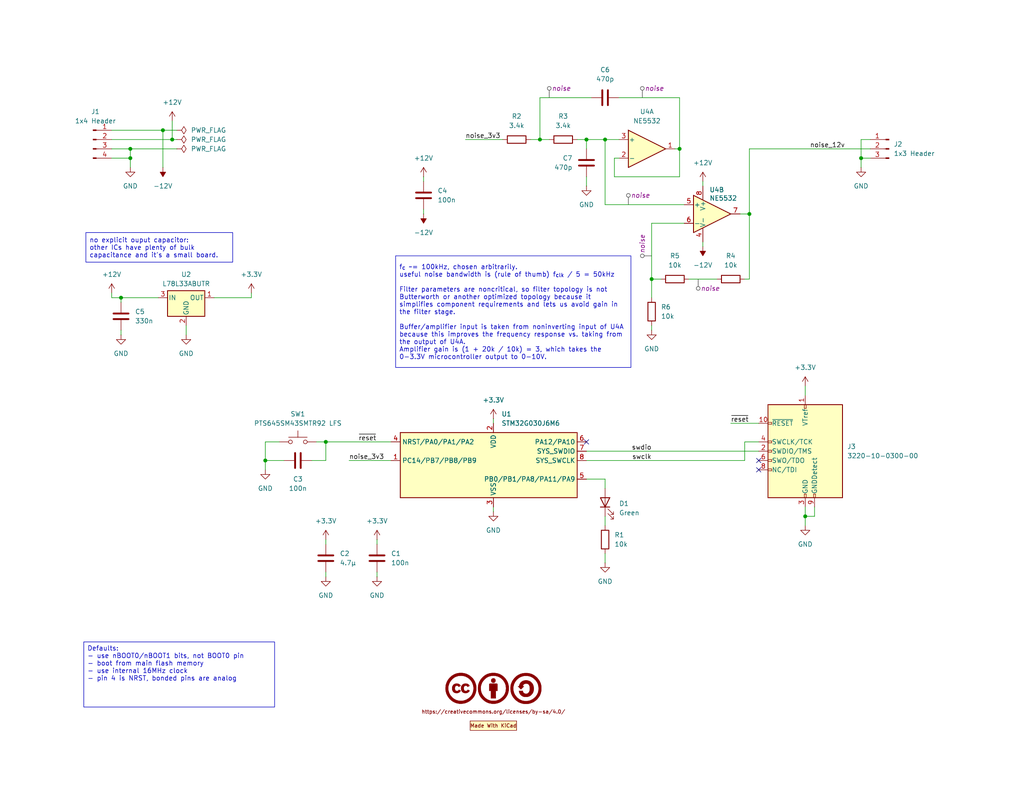
<source format=kicad_sch>
(kicad_sch (version 20231120) (generator "eeschema") (generator_version "8.0")
  (paper "A")
  (title_block (title "${project}") (date "2024-11-27") (rev "${rev}") (company "G. Keeth") (comment 1 "${url}"))
  (lib_symbols
    (symbol "Amplifier_Operational:NE5532" (pin_names (offset 0.127))
      (property "Reference" "U" (at 0 5.08 0))
      (property "Value" "NE5532" (at 0 -5.08 0))
      (symbol "NE5532_1_1"
        (pin output line (at 7.62 0 180) (length 2.54) (name "~") (number "1"))
        (pin input line (at -7.62 -2.54 0) (length 2.54) (name "-") (number "2"))
        (pin input line (at -7.62 2.54 0) (length 2.54) (name "+") (number "3"))
      )
      (symbol "NE5532_2_1"
        (pin input line (at -7.62 2.54 0) (length 2.54) (name "+") (number "5"))
        (pin input line (at -7.62 -2.54 0) (length 2.54) (name "-") (number "6"))
        (pin output line (at 7.62 0 180) (length 2.54) (name "~") (number "7"))
      )
      (symbol "NE5532_3_1"
        (pin power_in line (at -2.54 -7.62 90) (length 3.81) (name "V-") (number "4"))
        (pin power_in line (at -2.54 7.62 270) (length 3.81) (name "V+") (number "8"))
      )
    )
    (symbol "gkeeth-dblib:Capacitors/C0041" (pin_numbers hide) (pin_names (offset 0.254))
      (property "Reference" "C" (at 0.635 2.54 0))
      (property "Value" "${Capacitance}" (at 0.635 -2.54 0))
      (symbol "Capacitors/C0041_1_1"
        (pin passive line (at 0 3.81 270) (length 2.794) (name "~") (number "1"))
        (pin passive line (at 0 -3.81 90) (length 2.794) (name "~") (number "2"))
      )
    )
    (symbol "gkeeth-dblib:Capacitors/C0085" (pin_numbers hide) (pin_names (offset 0.254))
      (property "Reference" "C" (at 0.635 2.54 0))
      (property "Value" "${Capacitance}" (at 0.635 -2.54 0))
      (symbol "Capacitors/C0085_1_1"
        (pin passive line (at 0 3.81 270) (length 2.794) (name "~") (number "1"))
        (pin passive line (at 0 -3.81 90) (length 2.794) (name "~") (number "2"))
      )
    )
    (symbol "gkeeth-dblib:Capacitors/C0091" (pin_numbers hide) (pin_names (offset 0.254))
      (property "Reference" "C" (at 0.635 2.54 0))
      (property "Value" "${Capacitance}" (at 0.635 -2.54 0))
      (symbol "Capacitors/C0091_1_1"
        (pin passive line (at 0 3.81 270) (length 2.794) (name "~") (number "1"))
        (pin passive line (at 0 -3.81 90) (length 2.794) (name "~") (number "2"))
      )
    )
    (symbol "gkeeth-dblib:Capacitors/C0213" (pin_numbers hide) (pin_names (offset 0.254))
      (property "Reference" "C" (at 0.635 2.54 0))
      (property "Value" "${Capacitance}" (at 0.635 -2.54 0))
      (symbol "Capacitors/C0213_1_1"
        (pin passive line (at 0 3.81 270) (length 2.794) (name "~") (number "1"))
        (pin passive line (at 0 -3.81 90) (length 2.794) (name "~") (number "2"))
      )
    )
    (symbol "gkeeth-dblib:Connectors/CONN0003" (pin_names (offset 1.016) hide)
      (property "Reference" "J" (at 0 5.08 0))
      (property "Value" "1x3 Header" (at 0 -5.08 0))
      (symbol "Connectors/CONN0003_1_1"
        (pin passive line (at 5.08 2.54 180) (length 3.81) (name "Pin_1") (number "1"))
        (pin passive line (at 5.08 0 180) (length 3.81) (name "Pin_2") (number "2"))
        (pin passive line (at 5.08 -2.54 180) (length 3.81) (name "Pin_3") (number "3"))
      )
    )
    (symbol "gkeeth-dblib:Connectors/CONN0004" (pin_names (offset 1.016) hide)
      (property "Reference" "J" (at 0 5.08 0))
      (property "Value" "1x4 Header" (at 0 -7.62 0))
      (symbol "Connectors/CONN0004_1_1"
        (pin passive line (at 5.08 2.54 180) (length 3.81) (name "Pin_1") (number "1"))
        (pin passive line (at 5.08 0 180) (length 3.81) (name "Pin_2") (number "2"))
        (pin passive line (at 5.08 -2.54 180) (length 3.81) (name "Pin_3") (number "3"))
        (pin passive line (at 5.08 -5.08 180) (length 3.81) (name "Pin_4") (number "4"))
      )
    )
    (symbol "gkeeth-dblib:Connectors/CONN0017" (pin_names (offset 1.016))
      (property "Reference" "J" (at -2.54 16.51 0))
      (property "Value" "${MPN}" (at -2.54 13.97 0))
      (symbol "Connectors/CONN0017_1_1"
        (pin power_in line (at 0 15.24 270) (length 2.54) (name "VTref") (number "1"))
        (pin open_collector line (at 12.7 7.62 180) (length 2.54) (name "~{RESET}") (number "10"))
        (pin bidirectional line (at 12.7 0 180) (length 2.54) (name "SWDIO/TMS") (number "2"))
        (pin power_in line (at 0 -15.24 90) (length 2.54) (name "GND") (number "3"))
        (pin output line (at 12.7 2.54 180) (length 2.54) (name "SWCLK/TCK") (number "4"))
        (pin passive line (at 0 -15.24 90) (length 2.54) hide (name "GND") (number "5"))
        (pin input line (at 12.7 -2.54 180) (length 2.54) (name "SWO/TDO") (number "6"))
        (pin no_connect line (at -10.16 0 0) (length 2.54) hide (name "KEY") (number "7"))
        (pin output line (at 12.7 -5.08 180) (length 2.54) (name "NC/TDI") (number "8"))
        (pin passive line (at -2.54 -15.24 90) (length 2.54) (name "GNDDetect") (number "9"))
      )
    )
    (symbol "gkeeth-dblib:Graphics/GRAPHIC0001" (pin_names (offset 1.016)) (in_bom no)
      (symbol "Graphics/GRAPHIC0001_0_0"
        (text "Made With KiCad" (at 0 1.27 0) (effects (font (size 0.9906 0.9906))))
      )
    )
    (symbol "gkeeth-dblib:Graphics/GRAPHIC0002" (pin_names (offset 1.016)) (in_bom no)
      (symbol "Graphics/GRAPHIC0002_0_0"
        (text "https://creativecommons.org/licenses/by-sa/4.0/" (at 0 -6.35 0) (effects (font (size 0.9906 0.9906))))
      )
    )
    (symbol "gkeeth-dblib:LEDs/LED0002" (pin_numbers hide) (pin_names (offset 1.016) hide)
      (property "Reference" "D" (at 0 2.54 0))
      (property "Value" "${Color}" (at 0 -2.54 0))
      (symbol "LEDs/LED0002_1_1"
        (pin passive line (at -3.81 0 0) (length 2.54) (name "K") (number "1"))
        (pin passive line (at 3.81 0 180) (length 2.54) (name "A") (number "2"))
      )
    )
    (symbol "gkeeth-dblib:Microcontrollers/MCU0002"
      (property "Reference" "U" (at -22.86 11.43 0))
      (property "Value" "${MPN}" (at 5.08 11.43 0))
      (symbol "Microcontrollers/MCU0002_1_1"
        (pin bidirectional line (at -25.4 2.54 0) (length 2.54) (name "PC14/PB7/PB8/PB9") (number "1"))
        (pin power_in line (at 2.54 12.7 270) (length 2.54) (name "VDD") (number "2"))
        (pin power_in line (at 2.54 -10.16 90) (length 2.54) (name "VSS") (number "3"))
        (pin input line (at -25.4 7.62 0) (length 2.54) (name "NRST/PA0/PA1/PA2") (number "4"))
        (pin bidirectional line (at 27.94 -2.54 180) (length 2.54) (name "PB0/PB1/PA8/PA11/PA9") (number "5"))
        (pin bidirectional line (at 27.94 7.62 180) (length 2.54) (name "PA12/PA10") (number "6"))
        (pin bidirectional line (at 27.94 5.08 180) (length 2.54) (name "PA13") (number "7") (alternate "SYS_SWDIO" bidirectional line))
        (pin bidirectional line (at 27.94 2.54 180) (length 2.54) (name "PA14/PA15/PB5/PB6") (number "8") (alternate "SYS_SWCLK" bidirectional line))
      )
    )
    (symbol "gkeeth-dblib:Resistors/R0341" (pin_numbers hide) (pin_names (offset 0))
      (property "Reference" "R" (at 2.032 0 90))
      (property "Value" "${Resistance}" (at 0 0 90))
      (symbol "Resistors/R0341_1_1"
        (pin passive line (at 0 3.81 270) (length 1.27) (name "~") (number "1"))
        (pin passive line (at 0 -3.81 90) (length 1.27) (name "~") (number "2"))
      )
    )
    (symbol "gkeeth-dblib:Resistors/R0386" (pin_numbers hide) (pin_names (offset 0))
      (property "Reference" "R" (at 2.032 0 90))
      (property "Value" "${Resistance}" (at 0 0 90))
      (symbol "Resistors/R0386_1_1"
        (pin passive line (at 0 3.81 270) (length 1.27) (name "~") (number "1"))
        (pin passive line (at 0 -3.81 90) (length 1.27) (name "~") (number "2"))
      )
    )
    (symbol "gkeeth-dblib:Switches/SW0001" (pin_numbers hide) (pin_names (offset 1.016) hide)
      (property "Reference" "SW" (at 1.27 2.54 0))
      (property "Value" "${MPN}" (at 0 -1.524 0))
      (symbol "Switches/SW0001_0_1"
        (pin passive line (at -5.08 0 0) (length 2.54) (name "1") (number "1"))
        (pin passive line (at 5.08 0 180) (length 2.54) (name "2") (number "2"))
      )
    )
    (symbol "gkeeth-dblib:Voltage Regulators/VREG0002" (pin_names (offset 0.254))
      (property "Reference" "U" (at -3.81 3.175 0))
      (property "Value" "${MPN}" (at -0.635 3.175 0))
      (symbol "Voltage Regulators/VREG0002_1_1"
        (pin power_out line (at 7.62 0 180) (length 2.54) (name "OUT") (number "1"))
        (pin power_in line (at 0 -7.62 90) (length 2.54) (name "GND") (number "2"))
        (pin power_in line (at -7.62 0 0) (length 2.54) (name "IN") (number "3"))
      )
    )
    (symbol "power:+12V" (power) (pin_numbers hide) (pin_names (offset 0) hide)
      (property "Value" "+12V" (at 0 3.556 0))
      (symbol "+12V_1_1"
        (pin power_in line (at 0 0 90) (length 0) (name "~") (number "1"))
      )
    )
    (symbol "power:+3.3V" (power) (pin_numbers hide) (pin_names (offset 0) hide)
      (property "Value" "+3.3V" (at 0 3.556 0))
      (symbol "+3.3V_1_1"
        (pin power_in line (at 0 0 90) (length 0) (name "~") (number "1"))
      )
    )
    (symbol "power:-12V" (power) (pin_numbers hide) (pin_names (offset 0) hide)
      (property "Value" "-12V" (at 0 3.556 0))
      (symbol "-12V_0_0"
        (pin power_in line (at 0 0 90) (length 0) (name "~") (number "1"))
      )
    )
    (symbol "power:GND" (power) (pin_numbers hide) (pin_names (offset 0) hide)
      (property "Value" "GND" (at 0 -3.81 0))
      (symbol "GND_1_1"
        (pin power_in line (at 0 0 270) (length 0) (name "~") (number "1"))
      )
    )
    (symbol "power:PWR_FLAG" (power) (pin_numbers hide) (pin_names (offset 0) hide)
      (property "Value" "PWR_FLAG" (at 0 3.81 0))
      (symbol "PWR_FLAG_0_0"
        (pin power_out line (at 0 0 90) (length 0) (name "~") (number "1"))
      )
    )
  )
  (junction (at 185.42 40.64))
  (junction (at 165.1 38.1))
  (junction (at 33.02 81.28))
  (junction (at 72.39 125.73))
  (junction (at 35.56 43.18))
  (junction (at 35.56 40.64))
  (junction (at 219.71 140.97))
  (junction (at 204.47 58.42))
  (junction (at 46.99 38.1))
  (junction (at 147.32 38.1))
  (junction (at 177.8 76.2))
  (junction (at 234.95 43.18))
  (junction (at 88.9 120.65))
  (junction (at 160.02 38.1))
  (junction (at 44.45 35.56))
  (no_connect (at 207.01 125.73))
  (no_connect (at 160.02 120.65))
  (no_connect (at 207.01 128.27))
  (wire (pts (xy 204.47 58.42) (xy 204.47 40.64)))
  (wire (pts (xy 168.91 43.18) (xy 167.64 43.18)))
  (wire (pts (xy 177.8 90.17) (xy 177.8 88.9)))
  (wire (pts (xy 85.09 125.73) (xy 88.9 125.73)))
  (wire (pts (xy 177.8 76.2) (xy 177.8 81.28)))
  (wire (pts (xy 234.95 45.72) (xy 234.95 43.18)))
  (wire (pts (xy 115.57 57.15) (xy 115.57 58.42)))
  (wire (pts (xy 50.8 88.9) (xy 50.8 91.44)))
  (wire (pts (xy 58.42 81.28) (xy 68.58 81.28)))
  (wire (pts (xy 68.58 80.01) (xy 68.58 81.28)))
  (wire (pts (xy 102.87 156.21) (xy 102.87 157.48)))
  (wire (pts (xy 72.39 125.73) (xy 77.47 125.73)))
  (wire (pts (xy 165.1 38.1) (xy 165.1 55.88)))
  (wire (pts (xy 203.2 120.65) (xy 203.2 125.73)))
  (wire (pts (xy 219.71 105.41) (xy 219.71 107.95)))
  (wire (pts (xy 30.48 40.64) (xy 35.56 40.64)))
  (wire (pts (xy 165.1 55.88) (xy 186.69 55.88)))
  (wire (pts (xy 33.02 81.28) (xy 30.48 81.28)))
  (wire (pts (xy 157.48 38.1) (xy 160.02 38.1)))
  (wire (pts (xy 160.02 123.19) (xy 207.01 123.19)))
  (wire (pts (xy 222.25 140.97) (xy 219.71 140.97)))
  (wire (pts (xy 88.9 120.65) (xy 106.68 120.65)))
  (wire (pts (xy 180.34 76.2) (xy 177.8 76.2)))
  (wire (pts (xy 168.91 26.67) (xy 185.42 26.67)))
  (wire (pts (xy 185.42 26.67) (xy 185.42 40.64)))
  (wire (pts (xy 147.32 26.67) (xy 161.29 26.67)))
  (wire (pts (xy 30.48 35.56) (xy 44.45 35.56)))
  (wire (pts (xy 48.26 38.1) (xy 46.99 38.1)))
  (wire (pts (xy 44.45 35.56) (xy 48.26 35.56)))
  (wire (pts (xy 219.71 140.97) (xy 219.71 143.51)))
  (wire (pts (xy 88.9 125.73) (xy 88.9 120.65)))
  (wire (pts (xy 160.02 38.1) (xy 165.1 38.1)))
  (wire (pts (xy 165.1 140.97) (xy 165.1 143.51)))
  (wire (pts (xy 165.1 151.13) (xy 165.1 153.67)))
  (wire (pts (xy 115.57 48.26) (xy 115.57 49.53)))
  (wire (pts (xy 88.9 157.48) (xy 88.9 156.21)))
  (wire (pts (xy 207.01 120.65) (xy 203.2 120.65)))
  (wire (pts (xy 167.64 48.26) (xy 185.42 48.26)))
  (wire (pts (xy 165.1 130.81) (xy 165.1 133.35)))
  (wire (pts (xy 167.64 43.18) (xy 167.64 48.26)))
  (wire (pts (xy 234.95 43.18) (xy 234.95 38.1)))
  (wire (pts (xy 160.02 48.26) (xy 160.02 50.8)))
  (wire (pts (xy 43.18 81.28) (xy 33.02 81.28)))
  (wire (pts (xy 160.02 130.81) (xy 165.1 130.81)))
  (wire (pts (xy 234.95 43.18) (xy 237.49 43.18)))
  (wire (pts (xy 33.02 90.17) (xy 33.02 91.44)))
  (wire (pts (xy 201.93 58.42) (xy 204.47 58.42)))
  (wire (pts (xy 127 38.1) (xy 137.16 38.1)))
  (wire (pts (xy 95.25 125.73) (xy 106.68 125.73)))
  (wire (pts (xy 46.99 33.02) (xy 46.99 38.1)))
  (wire (pts (xy 204.47 58.42) (xy 204.47 76.2)))
  (wire (pts (xy 102.87 147.32) (xy 102.87 148.59)))
  (wire (pts (xy 222.25 138.43) (xy 222.25 140.97)))
  (wire (pts (xy 30.48 80.01) (xy 30.48 81.28)))
  (wire (pts (xy 219.71 138.43) (xy 219.71 140.97)))
  (wire (pts (xy 72.39 128.27) (xy 72.39 125.73)))
  (wire (pts (xy 199.39 115.57) (xy 207.01 115.57)))
  (wire (pts (xy 160.02 125.73) (xy 203.2 125.73)))
  (wire (pts (xy 204.47 76.2) (xy 203.2 76.2)))
  (wire (pts (xy 72.39 120.65) (xy 72.39 125.73)))
  (wire (pts (xy 44.45 35.56) (xy 44.45 45.72)))
  (wire (pts (xy 134.62 139.7) (xy 134.62 138.43)))
  (wire (pts (xy 160.02 38.1) (xy 160.02 40.64)))
  (wire (pts (xy 30.48 38.1) (xy 46.99 38.1)))
  (wire (pts (xy 144.78 38.1) (xy 147.32 38.1)))
  (wire (pts (xy 35.56 45.72) (xy 35.56 43.18)))
  (wire (pts (xy 234.95 38.1) (xy 237.49 38.1)))
  (wire (pts (xy 86.36 120.65) (xy 88.9 120.65)))
  (wire (pts (xy 165.1 38.1) (xy 168.91 38.1)))
  (wire (pts (xy 147.32 38.1) (xy 147.32 26.67)))
  (wire (pts (xy 35.56 40.64) (xy 48.26 40.64)))
  (wire (pts (xy 177.8 60.96) (xy 186.69 60.96)))
  (wire (pts (xy 185.42 48.26) (xy 185.42 40.64)))
  (wire (pts (xy 185.42 40.64) (xy 184.15 40.64)))
  (wire (pts (xy 88.9 147.32) (xy 88.9 148.59)))
  (wire (pts (xy 33.02 81.28) (xy 33.02 82.55)))
  (wire (pts (xy 195.58 76.2) (xy 187.96 76.2)))
  (wire (pts (xy 35.56 40.64) (xy 35.56 43.18)))
  (wire (pts (xy 191.77 49.53) (xy 191.77 50.8)))
  (wire (pts (xy 134.62 114.3) (xy 134.62 115.57)))
  (wire (pts (xy 76.2 120.65) (xy 72.39 120.65)))
  (wire (pts (xy 147.32 38.1) (xy 149.86 38.1)))
  (wire (pts (xy 35.56 43.18) (xy 30.48 43.18)))
  (wire (pts (xy 177.8 60.96) (xy 177.8 76.2)))
  (wire (pts (xy 204.47 40.64) (xy 237.49 40.64)))
  (wire (pts (xy 191.77 66.04) (xy 191.77 67.31)))
  (text_box "f_{c} ~= 100kHz, chosen arbitrarily.\nuseful noise bandwidth is (rule of thumb) f_{clk} / 5 = 50kHz\n\nFilter parameters are noncritical, so filter topology is not Butterworth or another optimized topology because it simplifies component requirements and lets us avoid gain in the filter stage.\n\nBuffer/amplifier input is taken from noninverting input of U4A because this improves the frequency response vs. taking from the output of U4A.\nAmplifier gain is (1 + 20k / 10k) = 3, which takes the 0-3.3V microcontroller output to 0-10V." (at 107.95 69.85 0) (size 64.1985 30.48) (effects (font (size 1.27 1.27)) (justify left)))
  (text_box "no explicit ouput capacitor: \nother ICs have plenty of bulk capacitance and it's a small board." (at 23.4315 63.5 0) (size 40.0685 8.0765) (effects (font (size 1.27 1.27)) (justify left)))
  (text_box "Defaults:\n- use nBOOT0/nBOOT1 bits, not BOOT0 pin\n- boot from main flash memory\n- use internal 16MHz clock\n- pin 4 is NRST, bonded pins are analog" (at 22.86 175.26 0) (size 52.07 17.78) (effects (font (size 1.27 1.27)) (justify left top)))
  (label "noise_12v" (at 220.98 40.64 0))
  (label "swdio" (at 177.8 123.19 180))
  (label "~{reset}" (at 97.79 120.65 0))
  (label "noise_3v3" (at 127 38.1 0))
  (label "swclk" (at 177.8 125.73 180))
  (label "noise_3v3" (at 95.25 125.73 0))
  (label "~{reset}" (at 199.39 115.57 0))
  (netclass_flag "" (length 2.54) (shape round) (at 171.45 55.88 0) (property "Netclass" "noise" (at 172.1485 53.34 0) (effects (font (italic yes)) (justify left))))
  (netclass_flag "" (length 2.54) (shape round) (at 149.86 26.67 0) (property "Netclass" "noise" (at 150.5585 24.13 0) (effects (font (italic yes)) (justify left))))
  (netclass_flag "" (length 2.54) (shape round) (at 190.5 76.2 180) (property "Netclass" "noise" (at 191.1985 78.74 0) (effects (font (italic yes)) (justify left))))
  (netclass_flag "" (length 2.54) (shape round) (at 175.26 26.67 0) (property "Netclass" "noise" (at 175.9585 24.13 0) (effects (font (italic yes)) (justify left))))
  (netclass_flag "" (length 2.54) (shape round) (at 177.8 69.85 90) (property "Netclass" "noise" (at 175.26 69.1515 90) (effects (font (italic yes)) (justify left))))
  (symbol (lib_id "gkeeth-dblib:Resistors/R0386") (at 199.39 76.2 270) (unit 1)
    (property "Reference" "R4" (at 199.39 69.85 90))
    (property "Value" "${Resistance}" (at 199.39 72.39 90))
    (property "Footprint" "Resistor_SMD:R_0603_1608Metric" (effects (hide yes)))
    (property "Description" "10kΩ ±1%, 0.1W resistor, 0603, thin film" (effects (hide yes)))
    (property "Resistance" "10k" (effects (hide yes)))
    (property "Tolerance" "1%" (effects (hide yes)))
    (property "Power Rating" "0.1W" (effects (hide yes)))
    (property "Composition" "Thin Film" (effects (hide yes)))
    (property "Package" "0603" (effects (hide yes)))
  )
  (symbol (lib_id "power:-12V") (at 44.45 45.72 0) (mirror x) (unit 1)
    (property "Reference" "#PWR022" (effects (hide yes)))
    (property "Value" "-12V" (at 44.45 50.8 0))
    (property "Description" "Power symbol creates a global label with name \"-12V\"" (effects (hide yes)))
  )
  (symbol (lib_id "gkeeth-dblib:Resistors/R0386") (at 165.1 147.32 0) (unit 1)
    (property "Reference" "R1" (at 167.64 146.0499 0) (effects (justify left)))
    (property "Value" "${Resistance}" (at 167.64 148.5899 0) (effects (justify left)))
    (property "Footprint" "Resistor_SMD:R_0603_1608Metric" (effects (hide yes)))
    (property "Description" "10kΩ ±1%, 0.1W resistor, 0603, thin film" (effects (hide yes)))
    (property "Resistance" "10k" (effects (hide yes)))
    (property "Tolerance" "1%" (effects (hide yes)))
    (property "Power Rating" "0.1W" (effects (hide yes)))
    (property "Composition" "Thin Film" (effects (hide yes)))
    (property "Package" "0603" (effects (hide yes)))
  )
  (symbol (lib_id "Amplifier_Operational:NE5532") (at 194.31 58.42 0) (unit 3)
    (property "Reference" "U4" (effects (hide yes)))
    (property "Value" "NE5532" (effects (hide yes)))
    (property "Footprint" "Package_SO:SOIC-8_3.9x4.9mm_P1.27mm" (effects (hide yes)))
    (property "Datasheet" "http://www.ti.com/lit/ds/symlink/ne5532.pdf" (effects (hide yes)))
    (property "Description" "Dual Low-Noise Operational Amplifiers, DIP-8/SOIC-8" (effects (hide yes)))
  )
  (symbol (lib_id "Amplifier_Operational:NE5532") (at 194.31 58.42 0) (unit 2)
    (property "Reference" "U4" (at 195.58 51.816 0))
    (property "Value" "NE5532" (at 197.358 54.102 0))
    (property "Footprint" "Package_SO:SOIC-8_3.9x4.9mm_P1.27mm" (effects (hide yes)))
    (property "Datasheet" "http://www.ti.com/lit/ds/symlink/ne5532.pdf" (effects (hide yes)))
    (property "Description" "Dual Low-Noise Operational Amplifiers, DIP-8/SOIC-8" (effects (hide yes)))
  )
  (symbol (lib_id "gkeeth-dblib:Capacitors/C0085") (at 102.87 152.4 180) (unit 1)
    (property "Reference" "C1" (at 106.68 151.1299 0) (effects (justify right)))
    (property "Value" "${Capacitance}" (at 106.68 153.6699 0) (effects (justify right)))
    (property "Footprint" "Capacitor_SMD:C_0603_1608Metric" (effects (hide yes)))
    (property "Description" "100n ±10%, 50V, X7R capacitor, 0603" (effects (hide yes)))
    (property "Capacitance" "100n" (effects (hide yes)))
    (property "Tolerance" "10%" (effects (hide yes)))
    (property "Voltage Rating" "50V" (effects (hide yes)))
    (property "Dielectric" "X7R" (effects (hide yes)))
    (property "Package" "0603" (effects (hide yes)))
  )
  (symbol (lib_id "power:GND") (at 165.1 153.67 0) (unit 1)
    (property "Reference" "#PWR011" (effects (hide yes)))
    (property "Value" "GND" (at 165.1 158.75 0))
    (property "Description" "Power symbol creates a global label with name \"GND\" , ground" (effects (hide yes)))
  )
  (symbol (lib_id "gkeeth-dblib:Capacitors/C0041") (at 165.1 26.67 90) (unit 1)
    (property "Reference" "C6" (at 165.1 19.05 90))
    (property "Value" "${Capacitance}" (at 165.1 21.59 90))
    (property "Footprint" "Capacitor_SMD:C_0603_1608Metric" (effects (hide yes)))
    (property "Description" "470p ±5%, 50V, C0G, NP0 capacitor, 0603" (effects (hide yes)))
    (property "Capacitance" "470p" (effects (hide yes)))
    (property "Tolerance" "5%" (effects (hide yes)))
    (property "Voltage Rating" "50V" (effects (hide yes)))
    (property "Dielectric" "C0G, NP0" (effects (hide yes)))
    (property "Package" "0603" (effects (hide yes)))
  )
  (symbol (lib_id "gkeeth-dblib:Capacitors/C0091") (at 33.02 86.36 180) (unit 1)
    (property "Reference" "C5" (at 36.83 85.0899 0) (effects (justify right)))
    (property "Value" "${Capacitance}" (at 36.83 87.6299 0) (effects (justify right)))
    (property "Footprint" "Capacitor_SMD:C_0603_1608Metric" (effects (hide yes)))
    (property "Description" "330n ±10%, 50V, X7R capacitor, 0603" (effects (hide yes)))
    (property "Capacitance" "330n" (effects (hide yes)))
    (property "Tolerance" "10%" (effects (hide yes)))
    (property "Voltage Rating" "50V" (effects (hide yes)))
    (property "Dielectric" "X7R" (effects (hide yes)))
    (property "Package" "0603" (effects (hide yes)))
  )
  (symbol (lib_id "power:GND") (at 72.39 128.27 0) (unit 1)
    (property "Reference" "#PWR04" (effects (hide yes)))
    (property "Value" "GND" (at 72.39 133.35 0))
    (property "Description" "Power symbol creates a global label with name \"GND\" , ground" (effects (hide yes)))
  )
  (symbol (lib_id "power:+3.3V") (at 219.71 105.41 0) (unit 1)
    (property "Reference" "#PWR012" (effects (hide yes)))
    (property "Value" "+3.3V" (at 219.71 100.33 0))
    (property "Description" "Power symbol creates a global label with name \"+3.3V\"" (effects (hide yes)))
  )
  (symbol (lib_id "power:PWR_FLAG") (at 48.26 35.56 270) (unit 1)
    (property "Reference" "#FLG01" (effects (hide yes)))
    (property "Value" "PWR_FLAG" (at 52.07 35.5599 90) (effects (justify left)))
    (property "Description" "Special symbol for telling ERC where power comes from" (effects (hide yes)))
  )
  (symbol (lib_id "power:PWR_FLAG") (at 48.26 40.64 270) (unit 1)
    (property "Reference" "#FLG03" (effects (hide yes)))
    (property "Value" "PWR_FLAG" (at 52.07 40.6399 90) (effects (justify left)))
    (property "Description" "Special symbol for telling ERC where power comes from" (effects (hide yes)))
  )
  (symbol (lib_id "gkeeth-dblib:Connectors/CONN0003") (at 242.57 40.64 0) (mirror y) (unit 1)
    (property "Reference" "J2" (at 243.84 39.3699 0) (effects (justify right)))
    (property "Value" "1x3 Header" (at 243.84 41.9099 0) (effects (justify right)))
    (property "Footprint" "Connector_PinHeader_2.54mm:PinHeader_1x03_P2.54mm_Vertical" (effects (hide yes)))
    (property "Description" "1x3 unshrouded pinheader, vertical, 2.54mm" (effects (hide yes)))
    (property "Package" "Header" (effects (hide yes)))
  )
  (symbol (lib_id "gkeeth-dblib:Voltage Regulators/VREG0002") (at 50.8 81.28 0) (unit 1)
    (property "Reference" "U2" (at 50.8 74.93 0))
    (property "Value" "${MPN}" (at 50.8 77.47 0))
    (property "Footprint" "Package_TO_SOT_SMD:SOT-89-3" (effects (hide yes)))
    (property "Datasheet" "https://www.st.com/resource/en/datasheet/l78l.pdf" (effects (hide yes)))
    (property "Description" "STMicroelectronics L78L33ABUTR, 3.3V @100mA out, 30V in, fixed voltage regulator, SOT-89-3" (effects (hide yes)))
    (property "Manufacturer" "STMicroelectronics" (effects (hide yes)))
    (property "MPN" "L78L33ABUTR" (effects (hide yes)))
    (property "Output Voltage" "3.3V" (effects (hide yes)))
    (property "Output Current" "100mA" (effects (hide yes)))
    (property "Package" "SOT-89-3" (effects (hide yes)))
    (property "Distributor 1" "Digikey" (effects (hide yes)))
    (property "DPN 1" "497-7286-1-ND" (effects (hide yes)))
  )
  (symbol (lib_id "power:+12V") (at 46.99 33.02 0) (unit 1)
    (property "Reference" "#PWR01" (effects (hide yes)))
    (property "Value" "+12V" (at 46.99 27.94 0))
    (property "Description" "Power symbol creates a global label with name \"+12V\"" (effects (hide yes)))
  )
  (symbol (lib_id "gkeeth-dblib:LEDs/LED0002") (at 165.1 137.16 90) (unit 1)
    (property "Reference" "D1" (at 168.91 137.4774 90) (effects (justify right)))
    (property "Value" "${Color}" (at 168.91 140.0174 90) (effects (justify right)))
    (property "Footprint" "LED_SMD:LED_0603_1608Metric" (effects (hide yes)))
    (property "Datasheet" "https://optoelectronics.liteon.com/upload/download/DS22-2000-228/LTST-C191KGKT.PDF" (effects (hide yes)))
    (property "Description" "Green LED, 0603" (effects (hide yes)))
    (property "Manufacturer" "Lite-On Inc." (effects (hide yes)))
    (property "MPN" "LTST-C191KGKT" (effects (hide yes)))
    (property "Color" "Green" (effects (hide yes)))
    (property "Forward Voltage" "2V" (effects (hide yes)))
    (property "Package" "0603" (effects (hide yes)))
    (property "Distributor 1" "Digikey" (effects (hide yes)))
    (property "DPN 1" "160-1446-1-ND" (effects (hide yes)))
  )
  (symbol (lib_id "gkeeth-dblib:Resistors/R0341") (at 140.97 38.1 90) (unit 1)
    (property "Reference" "R2" (at 140.97 31.75 90))
    (property "Value" "${Resistance}" (at 140.97 34.29 90))
    (property "Footprint" "Resistor_SMD:R_0603_1608Metric" (effects (hide yes)))
    (property "Description" "3.4kΩ ±1%, 0.1W resistor, 0603, thin film" (effects (hide yes)))
    (property "Resistance" "3.4k" (effects (hide yes)))
    (property "Tolerance" "1%" (effects (hide yes)))
    (property "Power Rating" "0.1W" (effects (hide yes)))
    (property "Composition" "Thin Film" (effects (hide yes)))
    (property "Package" "0603" (effects (hide yes)))
  )
  (symbol (lib_id "gkeeth-dblib:Microcontrollers/MCU0002") (at 132.08 128.27 0) (unit 1)
    (property "Reference" "U1" (at 136.8141 113.03 0) (effects (justify left)))
    (property "Value" "${MPN}" (at 136.8141 115.57 0) (effects (justify left)))
    (property "Footprint" "Package_SO:SOIC-8_3.9x4.9mm_P1.27mm" (effects (hide yes)))
    (property "Datasheet" "https://www.st.com/resource/en/datasheet/stm32g030c6.pdf" (effects (hide yes)))
    (property "Description" "8 pin ARM Cortex-M0 MCU, 64MHz, 8-SOIC" (effects (hide yes)))
    (property "Manufacturer" "STMicroelectronics" (effects (hide yes)))
    (property "MPN" "STM32G030J6M6" (effects (hide yes)))
    (property "Speed" "64MHz" (effects (hide yes)))
    (property "Core" "ARM Cortex-M0" (effects (hide yes)))
    (property "Package" "8-SOIC" (effects (hide yes)))
    (property "Distributor 1" "Digikey" (effects (hide yes)))
    (property "DPN 1" "497-STM32G030J6M6-ND" (effects (hide yes)))
    (pin "8" (alternate "SYS_SWCLK"))
    (pin "7" (alternate "SYS_SWDIO"))
  )
  (symbol (lib_id "gkeeth-dblib:Resistors/R0386") (at 177.8 85.09 180) (unit 1)
    (property "Reference" "R6" (at 180.34 83.8199 0) (effects (justify right)))
    (property "Value" "${Resistance}" (at 180.34 86.3599 0) (effects (justify right)))
    (property "Footprint" "Resistor_SMD:R_0603_1608Metric" (effects (hide yes)))
    (property "Description" "10kΩ ±1%, 0.1W resistor, 0603, thin film" (effects (hide yes)))
    (property "Resistance" "10k" (effects (hide yes)))
    (property "Tolerance" "1%" (effects (hide yes)))
    (property "Power Rating" "0.1W" (effects (hide yes)))
    (property "Composition" "Thin Film" (effects (hide yes)))
    (property "Package" "0603" (effects (hide yes)))
  )
  (symbol (lib_id "power:PWR_FLAG") (at 48.26 38.1 270) (unit 1)
    (property "Reference" "#FLG02" (effects (hide yes)))
    (property "Value" "PWR_FLAG" (at 52.07 38.0999 90) (effects (justify left)))
    (property "Description" "Special symbol for telling ERC where power comes from" (effects (hide yes)))
  )
  (symbol (lib_id "power:GND") (at 177.8 90.17 0) (unit 1)
    (property "Reference" "#PWR015" (effects (hide yes)))
    (property "Value" "GND" (at 177.8 95.25 0))
    (property "Description" "Power symbol creates a global label with name \"GND\" , ground" (effects (hide yes)))
  )
  (symbol (lib_id "gkeeth-dblib:Switches/SW0001") (at 81.28 120.65 0) (unit 1)
    (property "Reference" "SW1" (at 81.28 113.03 0))
    (property "Value" "${MPN}" (at 81.28 115.57 0))
    (property "Footprint" "Button_Switch_SMD:SW_SPST_PTS645" (effects (hide yes)))
    (property "Datasheet" "https://www.ckswitches.com/media/1471/pts645.pdf" (effects (hide yes)))
    (property "Description" "C&K PTS645 tactile switch, SPST-NO" (effects (hide yes)))
    (property "Manufacturer" "C&K" (effects (hide yes)))
    (property "MPN" "PTS645SM43SMTR92 LFS" (effects (hide yes)))
    (property "Package" "PTS645" (effects (hide yes)))
    (property "Distributor 1" "Digikey" (effects (hide yes)))
    (property "DPN 1" "CKN9112CT-ND" (effects (hide yes)))
  )
  (symbol (lib_id "power:GND") (at 102.87 157.48 0) (unit 1)
    (property "Reference" "#PWR08" (effects (hide yes)))
    (property "Value" "GND" (at 102.87 162.56 0))
    (property "Description" "Power symbol creates a global label with name \"GND\" , ground" (effects (hide yes)))
  )
  (symbol (lib_id "gkeeth-dblib:Graphics/GRAPHIC0002") (at 134.62 187.96 0) (unit 1) (in_bom no)
    (property "Reference" "LOGO1" (effects (hide yes)))
    (property "Value" "CC-BY-SA" (effects (hide yes)))
    (property "Footprint" "Symbol_CreativeCommons:CC-BY-SA_SilkScreenTop_Small" (effects (hide yes)))
    (property "Datasheet" "https://creativecommons.org/licenses/by-sa/4.0/deed.en" (effects (hide yes)))
    (property "Description" "\"CC-BY-SA\" license graphic, silkscreen, 3mm tall" (effects (hide yes)))
    (property "Package" "graphic" (effects (hide yes)))
  )
  (symbol (lib_id "power:+3.3V") (at 102.87 147.32 0) (unit 1)
    (property "Reference" "#PWR07" (effects (hide yes)))
    (property "Value" "+3.3V" (at 102.87 142.24 0))
    (property "Description" "Power symbol creates a global label with name \"+3.3V\"" (effects (hide yes)))
  )
  (symbol (lib_id "gkeeth-dblib:Capacitors/C0041") (at 160.02 44.45 0) (unit 1)
    (property "Reference" "C7" (at 156.21 43.1799 0) (effects (justify right)))
    (property "Value" "${Capacitance}" (at 156.21 45.7199 0) (effects (justify right)))
    (property "Footprint" "Capacitor_SMD:C_0603_1608Metric" (effects (hide yes)))
    (property "Description" "470p ±5%, 50V, C0G, NP0 capacitor, 0603" (effects (hide yes)))
    (property "Capacitance" "470p" (effects (hide yes)))
    (property "Tolerance" "5%" (effects (hide yes)))
    (property "Voltage Rating" "50V" (effects (hide yes)))
    (property "Dielectric" "C0G, NP0" (effects (hide yes)))
    (property "Package" "0603" (effects (hide yes)))
  )
  (symbol (lib_id "power:GND") (at 33.02 91.44 0) (unit 1)
    (property "Reference" "#PWR023" (effects (hide yes)))
    (property "Value" "GND" (at 33.02 96.52 0))
    (property "Description" "Power symbol creates a global label with name \"GND\" , ground" (effects (hide yes)))
  )
  (symbol (lib_id "gkeeth-dblib:Resistors/R0386") (at 184.15 76.2 270) (unit 1)
    (property "Reference" "R5" (at 184.15 69.85 90))
    (property "Value" "${Resistance}" (at 184.15 72.39 90))
    (property "Footprint" "Resistor_SMD:R_0603_1608Metric" (effects (hide yes)))
    (property "Description" "10kΩ ±1%, 0.1W resistor, 0603, thin film" (effects (hide yes)))
    (property "Resistance" "10k" (effects (hide yes)))
    (property "Tolerance" "1%" (effects (hide yes)))
    (property "Power Rating" "0.1W" (effects (hide yes)))
    (property "Composition" "Thin Film" (effects (hide yes)))
    (property "Package" "0603" (effects (hide yes)))
  )
  (symbol (lib_id "gkeeth-dblib:Connectors/CONN0004") (at 25.4 38.1 0) (unit 1)
    (property "Reference" "J1" (at 26.035 30.48 0))
    (property "Value" "1x4 Header" (at 26.035 33.02 0))
    (property "Footprint" "Connector_PinHeader_2.54mm:PinHeader_1x04_P2.54mm_Vertical" (effects (hide yes)))
    (property "Description" "1x4 unshrouded pinheader, vertical, 2.54mm" (effects (hide yes)))
    (property "Package" "Header" (effects (hide yes)))
  )
  (symbol (lib_id "power:GND") (at 88.9 157.48 0) (unit 1)
    (property "Reference" "#PWR06" (effects (hide yes)))
    (property "Value" "GND" (at 88.9 162.56 0))
    (property "Description" "Power symbol creates a global label with name \"GND\" , ground" (effects (hide yes)))
  )
  (symbol (lib_id "power:-12V") (at 115.57 58.42 0) (mirror x) (unit 1)
    (property "Reference" "#PWR025" (effects (hide yes)))
    (property "Value" "-12V" (at 115.57 63.5 0))
    (property "Description" "Power symbol creates a global label with name \"-12V\"" (effects (hide yes)))
  )
  (symbol (lib_id "power:GND") (at 234.95 45.72 0) (unit 1)
    (property "Reference" "#PWR020" (effects (hide yes)))
    (property "Value" "GND" (at 234.95 50.8 0))
    (property "Description" "Power symbol creates a global label with name \"GND\" , ground" (effects (hide yes)))
  )
  (symbol (lib_id "gkeeth-dblib:Capacitors/C0085") (at 81.28 125.73 90) (unit 1)
    (property "Reference" "C3" (at 81.28 130.81 90))
    (property "Value" "${Capacitance}" (at 81.28 133.35 90))
    (property "Footprint" "Capacitor_SMD:C_0603_1608Metric" (effects (hide yes)))
    (property "Description" "100n ±10%, 50V, X7R capacitor, 0603" (effects (hide yes)))
    (property "Capacitance" "100n" (effects (hide yes)))
    (property "Tolerance" "10%" (effects (hide yes)))
    (property "Voltage Rating" "50V" (effects (hide yes)))
    (property "Dielectric" "X7R" (effects (hide yes)))
    (property "Package" "0603" (effects (hide yes)))
  )
  (symbol (lib_id "power:+3.3V") (at 134.62 114.3 0) (unit 1)
    (property "Reference" "#PWR010" (effects (hide yes)))
    (property "Value" "+3.3V" (at 134.62 109.22 0))
    (property "Description" "Power symbol creates a global label with name \"+3.3V\"" (effects (hide yes)))
  )
  (symbol (lib_id "power:GND") (at 134.62 139.7 0) (unit 1)
    (property "Reference" "#PWR09" (effects (hide yes)))
    (property "Value" "GND" (at 134.62 144.78 0))
    (property "Description" "Power symbol creates a global label with name \"GND\" , ground" (effects (hide yes)))
  )
  (symbol (lib_id "power:+3.3V") (at 88.9 147.32 0) (unit 1)
    (property "Reference" "#PWR05" (effects (hide yes)))
    (property "Value" "+3.3V" (at 88.9 142.24 0))
    (property "Description" "Power symbol creates a global label with name \"+3.3V\"" (effects (hide yes)))
  )
  (symbol (lib_id "power:GND") (at 219.71 143.51 0) (unit 1)
    (property "Reference" "#PWR013" (effects (hide yes)))
    (property "Value" "GND" (at 219.71 148.59 0))
    (property "Description" "Power symbol creates a global label with name \"GND\" , ground" (effects (hide yes)))
  )
  (symbol (lib_id "gkeeth-dblib:Resistors/R0341") (at 153.67 38.1 90) (unit 1)
    (property "Reference" "R3" (at 153.67 31.75 90))
    (property "Value" "${Resistance}" (at 153.67 34.29 90))
    (property "Footprint" "Resistor_SMD:R_0603_1608Metric" (effects (hide yes)))
    (property "Description" "3.4kΩ ±1%, 0.1W resistor, 0603, thin film" (effects (hide yes)))
    (property "Resistance" "3.4k" (effects (hide yes)))
    (property "Tolerance" "1%" (effects (hide yes)))
    (property "Power Rating" "0.1W" (effects (hide yes)))
    (property "Composition" "Thin Film" (effects (hide yes)))
    (property "Package" "0603" (effects (hide yes)))
  )
  (symbol (lib_id "Amplifier_Operational:NE5532") (at 176.53 40.64 0) (unit 1)
    (property "Reference" "U4" (at 176.53 30.48 0))
    (property "Value" "NE5532" (at 176.53 33.02 0))
    (property "Footprint" "Package_SO:SOIC-8_3.9x4.9mm_P1.27mm" (effects (hide yes)))
    (property "Datasheet" "http://www.ti.com/lit/ds/symlink/ne5532.pdf" (effects (hide yes)))
    (property "Description" "Dual Low-Noise Operational Amplifiers, DIP-8/SOIC-8" (effects (hide yes)))
  )
  (symbol (lib_id "power:GND") (at 35.56 45.72 0) (unit 1)
    (property "Reference" "#PWR02" (effects (hide yes)))
    (property "Value" "GND" (at 35.56 50.8 0))
    (property "Description" "Power symbol creates a global label with name \"GND\" , ground" (effects (hide yes)))
  )
  (symbol (lib_id "power:-12V") (at 191.77 67.31 0) (mirror x) (unit 1)
    (property "Reference" "#PWR018" (effects (hide yes)))
    (property "Value" "-12V" (at 191.77 72.39 0))
    (property "Description" "Power symbol creates a global label with name \"-12V\"" (effects (hide yes)))
  )
  (symbol (lib_id "power:+12V") (at 30.48 80.01 0) (unit 1)
    (property "Reference" "#PWR024" (effects (hide yes)))
    (property "Value" "+12V" (at 30.48 74.93 0))
    (property "Description" "Power symbol creates a global label with name \"+12V\"" (effects (hide yes)))
  )
  (symbol (lib_id "gkeeth-dblib:Capacitors/C0213") (at 88.9 152.4 180) (unit 1)
    (property "Reference" "C2" (at 92.71 151.1299 0) (effects (justify right)))
    (property "Value" "${Capacitance}" (at 92.71 153.6699 0) (effects (justify right)))
    (property "Footprint" "Capacitor_SMD:C_0805_2012Metric" (effects (hide yes)))
    (property "Description" "4.7μ ±10%, 50V, X7R capacitor, 0805" (effects (hide yes)))
    (property "Capacitance" "4.7μ" (effects (hide yes)))
    (property "Tolerance" "10%" (effects (hide yes)))
    (property "Voltage Rating" "50V" (effects (hide yes)))
    (property "Dielectric" "X7R" (effects (hide yes)))
    (property "Package" "0805" (effects (hide yes)))
  )
  (symbol (lib_id "gkeeth-dblib:Capacitors/C0085") (at 115.57 53.34 180) (unit 1)
    (property "Reference" "C4" (at 119.38 52.0699 0) (effects (justify right)))
    (property "Value" "${Capacitance}" (at 119.38 54.6099 0) (effects (justify right)))
    (property "Footprint" "Capacitor_SMD:C_0603_1608Metric" (effects (hide yes)))
    (property "Description" "100n ±10%, 50V, X7R capacitor, 0603" (effects (hide yes)))
    (property "Capacitance" "100n" (effects (hide yes)))
    (property "Tolerance" "10%" (effects (hide yes)))
    (property "Voltage Rating" "50V" (effects (hide yes)))
    (property "Dielectric" "X7R" (effects (hide yes)))
    (property "Package" "0603" (effects (hide yes)))
  )
  (symbol (lib_id "gkeeth-dblib:Graphics/GRAPHIC0001") (at 134.62 199.39 0) (unit 1) (in_bom no)
    (property "Reference" "LOGO2" (effects (hide yes)))
    (property "Value" "Made With KiCad" (effects (hide yes)))
    (property "Footprint" "Symbol:KiCad-Logo2_5mm_SilkScreen" (effects (hide yes)))
    (property "Datasheet" "https://www.kicad.org/" (effects (hide yes)))
    (property "Description" "\"Made With KiCad\" graphic, silkscreen, 5mm tall" (effects (hide yes)))
    (property "Package" "graphic" (effects (hide yes)))
  )
  (symbol (lib_id "gkeeth-dblib:Connectors/CONN0017") (at 219.71 123.19 0) (mirror y) (unit 1)
    (property "Reference" "J3" (at 231.14 121.9199 0) (effects (justify right)))
    (property "Value" "${MPN}" (at 231.14 124.4599 0) (effects (justify right)))
    (property "Footprint" "Connector_CNC_Tech:CNC_Tech_3220-10-0300-00_2x05_P1.27mm_Vertical" (effects (hide yes)))
    (property "Datasheet" "https://www.cnctech.us/pdfs/3220-XX-0300-00_.pdf" (effects (hide yes)))
    (property "Description" "CNC Tech 2x05 Shrouded Header, Pins, 0.050\" (1.27mm), Surface Mount, Vertical" (effects (hide yes)))
    (property "Manufacturer" "CNC Tech" (effects (hide yes)))
    (property "MPN" "3220-10-0300-00" (effects (hide yes)))
    (property "Package" "Header" (effects (hide yes)))
    (property "Distributor 1" "Digikey" (effects (hide yes)))
    (property "DPN 1" "1175-1629-ND" (effects (hide yes)))
  )
  (symbol (lib_id "power:GND") (at 160.02 50.8 0) (unit 1)
    (property "Reference" "#PWR014" (effects (hide yes)))
    (property "Value" "GND" (at 160.02 55.88 0))
    (property "Description" "Power symbol creates a global label with name \"GND\" , ground" (effects (hide yes)))
  )
  (symbol (lib_id "power:+12V") (at 191.77 49.53 0) (unit 1)
    (property "Reference" "#PWR019" (effects (hide yes)))
    (property "Value" "+12V" (at 191.77 44.45 0))
    (property "Description" "Power symbol creates a global label with name \"+12V\"" (effects (hide yes)))
  )
  (symbol (lib_id "power:+12V") (at 115.57 48.26 0) (unit 1)
    (property "Reference" "#PWR016" (effects (hide yes)))
    (property "Value" "+12V" (at 115.57 43.18 0))
    (property "Description" "Power symbol creates a global label with name \"+12V\"" (effects (hide yes)))
  )
  (symbol (lib_id "power:GND") (at 50.8 91.44 0) (unit 1)
    (property "Reference" "#PWR03" (effects (hide yes)))
    (property "Value" "GND" (at 50.8 96.52 0))
    (property "Description" "Power symbol creates a global label with name \"GND\" , ground" (effects (hide yes)))
  )
  (symbol (lib_id "power:+3.3V") (at 68.58 80.01 0) (unit 1)
    (property "Reference" "#PWR021" (effects (hide yes)))
    (property "Value" "+3.3V" (at 68.58 74.93 0))
    (property "Description" "Power symbol creates a global label with name \"+3.3V\"" (effects (hide yes)))
  )
)
</source>
